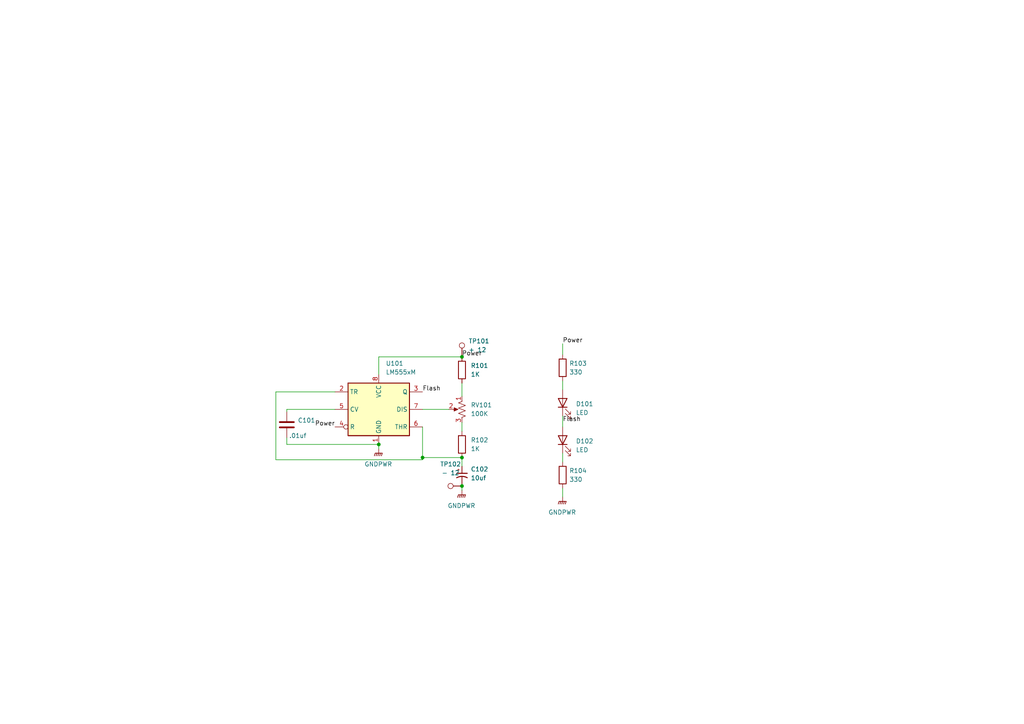
<source format=kicad_sch>
(kicad_sch (version 20211123) (generator eeschema)
  (paper "A4")
  (lib_symbols
    (symbol "Connector:TestPoint" (pin_numbers hide) (pin_names (offset 0.762) hide)
      (property "Reference" "TP" (at 0 6.858 0))
      (property "Value" "TestPoint" (at 0 5.08 0))
      (symbol "TestPoint_0_1"
        (circle (center 0 3.302) (radius 0.762))
      )
      (symbol "TestPoint_1_1"
        (pin passive line (at 0 0 90) (length 2.54) (name "1") (number "1"))
      )
    )
    (symbol "Device:C" (pin_numbers hide) (pin_names (offset 0.254))
      (property "Reference" "C" (at 0.635 2.54 0))
      (property "Value" "C" (at 0.635 -2.54 0))
      (symbol "C_0_1"
        (polyline (pts (xy -2.032 -0.762) (xy 2.032 -0.762)) (stroke (width 0.508)))
        (polyline (pts (xy -2.032 0.762) (xy 2.032 0.762)) (stroke (width 0.508)))
      )
      (symbol "C_1_1"
        (pin passive line (at 0 3.81 270) (length 2.794) (name "~") (number "1"))
        (pin passive line (at 0 -3.81 90) (length 2.794) (name "~") (number "2"))
      )
    )
    (symbol "Device:C_Polarized_Small_US" (pin_numbers hide) (pin_names (offset 0.254) hide)
      (property "Reference" "C" (at 0.254 1.778 0))
      (property "Value" "C_Polarized_Small_US" (at 0.254 -2.032 0))
      (symbol "C_Polarized_Small_US_0_1"
        (polyline (pts (xy -1.524 0.508) (xy 1.524 0.508)) (stroke (width 0.3048)))
        (polyline (pts (xy -1.27 1.524) (xy -0.762 1.524)))
        (polyline (pts (xy -1.016 1.27) (xy -1.016 1.778)))
        (arc (start 1.524 -0.762) (mid 0 -0.3734) (end -1.524 -0.762) (stroke (width 0.3048)))
      )
      (symbol "C_Polarized_Small_US_1_1"
        (pin passive line (at 0 2.54 270) (length 2.032) (name "~") (number "1"))
        (pin passive line (at 0 -2.54 90) (length 2.032) (name "~") (number "2"))
      )
    )
    (symbol "Device:LED" (pin_numbers hide) (pin_names (offset 1.016) hide)
      (property "Reference" "D" (at 0 2.54 0))
      (property "Value" "LED" (at 0 -2.54 0))
      (symbol "LED_0_1"
        (polyline (pts (xy -1.27 -1.27) (xy -1.27 1.27)) (stroke (width 0.254)))
        (polyline (pts (xy -1.27 0) (xy 1.27 0)))
        (polyline (pts (xy 1.27 -1.27) (xy 1.27 1.27) (xy -1.27 0) (xy 1.27 -1.27)) (stroke (width 0.254)))
        (polyline (pts (xy -3.048 -0.762) (xy -4.572 -2.286) (xy -3.81 -2.286) (xy -4.572 -2.286) (xy -4.572 -1.524)))
        (polyline (pts (xy -1.778 -0.762) (xy -3.302 -2.286) (xy -2.54 -2.286) (xy -3.302 -2.286) (xy -3.302 -1.524)))
      )
      (symbol "LED_1_1"
        (pin passive line (at -3.81 0 0) (length 2.54) (name "K") (number "1"))
        (pin passive line (at 3.81 0 180) (length 2.54) (name "A") (number "2"))
      )
    )
    (symbol "Device:R" (pin_numbers hide) (pin_names (offset 0))
      (property "Reference" "R" (at 2.032 0 90))
      (property "Value" "R" (at 0 0 90))
      (symbol "R_0_1"
        (rectangle (start -1.016 -2.54) (end 1.016 2.54) (stroke (width 0.254)))
      )
      (symbol "R_1_1"
        (pin passive line (at 0 3.81 270) (length 1.27) (name "~") (number "1"))
        (pin passive line (at 0 -3.81 90) (length 1.27) (name "~") (number "2"))
      )
    )
    (symbol "Device:R_Potentiometer_US" (pin_names (offset 1.016) hide)
      (property "Reference" "RV" (at -4.445 0 90))
      (property "Value" "R_Potentiometer_US" (at -2.54 0 90))
      (symbol "R_Potentiometer_US_0_1"
        (polyline (pts (xy 0 -2.286) (xy 0 -2.54)))
        (polyline (pts (xy 0 2.54) (xy 0 2.286)))
        (polyline (pts (xy 2.54 0) (xy 1.524 0)))
        (polyline (pts (xy 1.143 0) (xy 2.286 0.508) (xy 2.286 -0.508) (xy 1.143 0)) (fill (type outline)))
        (polyline (pts (xy 0 -0.762) (xy 1.016 -1.143) (xy 0 -1.524) (xy -1.016 -1.905) (xy 0 -2.286)))
        (polyline (pts (xy 0 0.762) (xy 1.016 0.381) (xy 0 0) (xy -1.016 -0.381) (xy 0 -0.762)))
        (polyline (pts (xy 0 2.286) (xy 1.016 1.905) (xy 0 1.524) (xy -1.016 1.143) (xy 0 0.762)))
      )
      (symbol "R_Potentiometer_US_1_1"
        (pin passive line (at 0 3.81 270) (length 1.27) (name "1") (number "1"))
        (pin passive line (at 3.81 0 180) (length 1.27) (name "2") (number "2"))
        (pin passive line (at 0 -3.81 90) (length 1.27) (name "3") (number "3"))
      )
    )
    (symbol "Timer:LM555xM"
      (property "Reference" "U" (at -10.16 8.89 0))
      (property "Value" "LM555xM" (at 2.54 8.89 0))
      (symbol "LM555xM_0_0"
        (pin power_in line (at 0 -10.16 90) (length 2.54) (name "GND") (number "1"))
        (pin power_in line (at 0 10.16 270) (length 2.54) (name "VCC") (number "8"))
      )
      (symbol "LM555xM_0_1"
        (rectangle (start -8.89 -7.62) (end 8.89 7.62) (stroke (width 0.254)) (fill (type background)))
        (rectangle (start -8.89 -7.62) (end 8.89 7.62) (stroke (width 0.254)) (fill (type background)))
      )
      (symbol "LM555xM_1_1"
        (pin input line (at -12.7 5.08 0) (length 3.81) (name "TR") (number "2"))
        (pin output line (at 12.7 5.08 180) (length 3.81) (name "Q") (number "3"))
        (pin input inverted (at -12.7 -5.08 0) (length 3.81) (name "R") (number "4"))
        (pin input line (at -12.7 0 0) (length 3.81) (name "CV") (number "5"))
        (pin input line (at 12.7 -5.08 180) (length 3.81) (name "THR") (number "6"))
        (pin input line (at 12.7 0 180) (length 3.81) (name "DIS") (number "7"))
      )
    )
    (symbol "power:GNDPWR" (power) (pin_names (offset 0))
      (property "Value" "GNDPWR" (at 0 -3.302 0))
      (symbol "GNDPWR_0_1"
        (polyline (pts (xy 0 -1.27) (xy 0 0)))
        (polyline (pts (xy -1.016 -1.27) (xy -1.27 -2.032) (xy -1.27 -2.032)) (stroke (width 0.2032)))
        (polyline (pts (xy -0.508 -1.27) (xy -0.762 -2.032) (xy -0.762 -2.032)) (stroke (width 0.2032)))
        (polyline (pts (xy 0 -1.27) (xy -0.254 -2.032) (xy -0.254 -2.032)) (stroke (width 0.2032)))
        (polyline (pts (xy 0.508 -1.27) (xy 0.254 -2.032) (xy 0.254 -2.032)) (stroke (width 0.2032)))
        (polyline (pts (xy 1.016 -1.27) (xy -1.016 -1.27) (xy -1.016 -1.27)) (stroke (width 0.2032)))
        (polyline (pts (xy 1.016 -1.27) (xy 0.762 -2.032) (xy 0.762 -2.032) (xy 0.762 -2.032)) (stroke (width 0.2032)))
      )
      (symbol "GNDPWR_1_1"
        (pin power_in line (at 0 0 270) (length 0) hide (name "GNDPWR") (number "1"))
      )
    )
  )
  (junction (at 133.985 132.715))
  (junction (at 133.985 140.97))
  (junction (at 133.985 103.505))
  (junction (at 109.855 128.905))
  (junction (at 122.555 132.715))
  (wire (pts (xy 163.195 120.65) (xy 163.195 123.825)))
  (wire (pts (xy 97.155 118.745) (xy 83.185 118.745)))
  (wire (pts (xy 163.195 110.49) (xy 163.195 113.03)))
  (wire (pts (xy 133.985 132.715) (xy 133.985 135.255)))
  (wire (pts (xy 163.195 99.695) (xy 163.195 102.87)))
  (wire (pts (xy 83.185 128.905) (xy 83.185 127)))
  (wire (pts (xy 133.985 111.125) (xy 133.985 114.935)))
  (wire (pts (xy 83.185 118.745) (xy 83.185 119.38)))
  (wire (pts (xy 122.555 132.715) (xy 122.555 133.35)))
  (wire (pts (xy 109.855 103.505) (xy 133.985 103.505)))
  (wire (pts (xy 133.985 140.97) (xy 133.985 142.24)))
  (wire (pts (xy 80.01 133.35) (xy 122.555 133.35)))
  (wire (pts (xy 97.155 113.665) (xy 80.01 113.665)))
  (wire (pts (xy 83.185 128.905) (xy 109.855 128.905)))
  (wire (pts (xy 109.855 108.585) (xy 109.855 103.505)))
  (wire (pts (xy 80.01 113.665) (xy 80.01 133.35)))
  (wire (pts (xy 133.985 122.555) (xy 133.985 125.095)))
  (wire (pts (xy 122.555 132.715) (xy 133.985 132.715)))
  (wire (pts (xy 163.195 131.445) (xy 163.195 133.985)))
  (wire (pts (xy 122.555 123.825) (xy 122.555 132.715)))
  (wire (pts (xy 109.855 128.905) (xy 109.855 130.175)))
  (wire (pts (xy 163.195 141.605) (xy 163.195 144.145)))
  (wire (pts (xy 122.555 118.745) (xy 130.175 118.745)))
  (wire (pts (xy 133.985 140.335) (xy 133.985 140.97)))
  (label "Power" (at 133.985 103.505 0))
  (label "Power" (at 97.155 123.825 180))
  (label "Flash" (at 163.195 122.555 0))
  (label "Flash" (at 122.555 113.665 0))
  (label "Power" (at 163.195 99.695 0))
  (symbol (lib_id "Connector:TestPoint") (at 133.985 103.505 0) (unit 1)
    (property "Reference" "TP101" (at 135.89 98.9329 0) (effects (justify left)))
    (property "Value" "+ 12" (at 135.89 101.4729 0) (effects (justify left)))
    (property "Footprint" "TestPoint:TestPoint_Pad_4.0x4.0mm" (effects hide))
  )
  (symbol (lib_id "Device:R") (at 133.985 128.905 0) (unit 1)
    (property "Reference" "R102" (at 136.525 127.6349 0) (effects (justify left)))
    (property "Value" "1K" (at 136.525 130.1749 0) (effects (justify left)))
    (property "Footprint" "Resistor_SMD:R_0603_1608Metric" (effects hide))
    (property "Mouser Part Number" "603-RC0603JR-101KL" (effects hide))
  )
  (symbol (lib_id "power:GNDPWR") (at 163.195 144.145 0) (unit 1)
    (property "Reference" "#PWR0101" (effects hide))
    (property "Value" "GNDPWR" (at 163.068 148.59 0))
  )
  (symbol (lib_id "Device:R") (at 163.195 137.795 0) (unit 1)
    (property "Reference" "R104" (at 165.1 136.5249 0) (effects (justify left)))
    (property "Value" "330" (at 165.1 139.0649 0) (effects (justify left)))
    (property "Footprint" "Resistor_SMD:R_1206_3216Metric" (effects hide))
    (property "Mouser Part Number" "279-CRGH1206F330R" (effects hide))
  )
  (symbol (lib_id "Connector:TestPoint") (at 133.985 140.97 90) (unit 1)
    (property "Reference" "TP102" (at 130.683 134.62 90))
    (property "Value" "- 12" (at 130.683 137.16 90))
    (property "Footprint" "TestPoint:TestPoint_Pad_4.0x4.0mm" (effects hide))
  )
  (symbol (lib_id "Device:C_Polarized_Small_US") (at 133.985 137.795 0) (unit 1)
    (property "Reference" "C102" (at 136.525 136.0931 0) (effects (justify left)))
    (property "Value" "10uf" (at 136.525 138.6331 0) (effects (justify left)))
    (property "Footprint" "Capacitor_SMD:C_1206_3216Metric" (effects hide))
    (property "Mouser Part Number" "581-TAJA106M016SNJ" (effects hide))
  )
  (symbol (lib_id "Device:R_Potentiometer_US") (at 133.985 118.745 0) (mirror y) (unit 1)
    (property "Reference" "RV101" (at 136.525 117.4749 0) (effects (justify right)))
    (property "Value" "100K" (at 136.525 120.0149 0) (effects (justify right)))
    (property "Footprint" "BournsPVG3A:PVG3A103C01R00" (effects hide))
    (property "Mouser Part Number" "81-PVG3A104C01R00" (effects hide))
  )
  (symbol (lib_id "Timer:LM555xM") (at 109.855 118.745 0) (unit 1)
    (property "Reference" "U101" (at 111.8744 105.41 0) (effects (justify left)))
    (property "Value" "LM555xM" (at 111.8744 107.95 0) (effects (justify left)))
    (property "Footprint" "Package_SO:SOIC-8_3.9x4.9mm_P1.27mm" (effects hide))
    (property "Datasheet" "http://www.ti.com/lit/ds/symlink/lm555.pdf" (effects hide))
  )
  (symbol (lib_id "Device:LED") (at 163.195 127.635 90) (unit 1)
    (property "Reference" "D102" (at 167.005 127.9524 90) (effects (justify right)))
    (property "Value" "LED" (at 167.005 130.4924 90) (effects (justify right)))
    (property "Footprint" "LED_SMD:LED_1206_3216Metric" (effects hide))
    (property "Mouser Part Number" "755-SML-S13UTT68 " (effects hide))
  )
  (symbol (lib_id "Device:LED") (at 163.195 116.84 90) (unit 1)
    (property "Reference" "D101" (at 167.005 117.1574 90) (effects (justify right)))
    (property "Value" "LED" (at 167.005 119.6974 90) (effects (justify right)))
    (property "Footprint" "LED_SMD:LED_1206_3216Metric" (effects hide))
    (property "Mouser Part Number" "755-SML-S13UTT68 " (effects hide))
  )
  (symbol (lib_id "power:GNDPWR") (at 133.985 142.24 0) (unit 1)
    (property "Reference" "#PWR0104" (effects hide))
    (property "Value" "GNDPWR" (at 133.858 146.685 0))
  )
  (symbol (lib_id "Device:R") (at 163.195 106.68 0) (unit 1)
    (property "Reference" "R103" (at 165.1 105.4099 0) (effects (justify left)))
    (property "Value" "330" (at 165.1 107.9499 0) (effects (justify left)))
    (property "Footprint" "Resistor_SMD:R_1206_3216Metric" (effects hide))
    (property "Mouser Part Number" "279-CRGH1206F330R" (effects hide))
  )
  (symbol (lib_id "Device:R") (at 133.985 107.315 0) (unit 1)
    (property "Reference" "R101" (at 136.525 106.0449 0) (effects (justify left)))
    (property "Value" "1K" (at 136.525 108.5849 0) (effects (justify left)))
    (property "Footprint" "Resistor_SMD:R_0603_1608Metric" (effects hide))
    (property "Mouser Part Number" "603-RC0603JR-101KL" (effects hide))
  )
  (symbol (lib_id "power:GNDPWR") (at 109.855 130.175 0) (unit 1)
    (property "Reference" "#PWR0103" (effects hide))
    (property "Value" "GNDPWR" (at 109.728 134.62 0))
  )
  (symbol (lib_id "Device:C") (at 83.185 123.19 0) (unit 1)
    (property "Reference" "C101" (at 86.36 121.9199 0) (effects (justify left)))
    (property "Value" ".01uf" (at 83.82 126.365 0) (effects (justify left)))
    (property "Footprint" "Capacitor_SMD:C_0402_1005Metric" (effects hide))
    (property "Mouser Part Number" "603-CC402MRX7R6BB103" (effects hide))
  )
)
</source>
